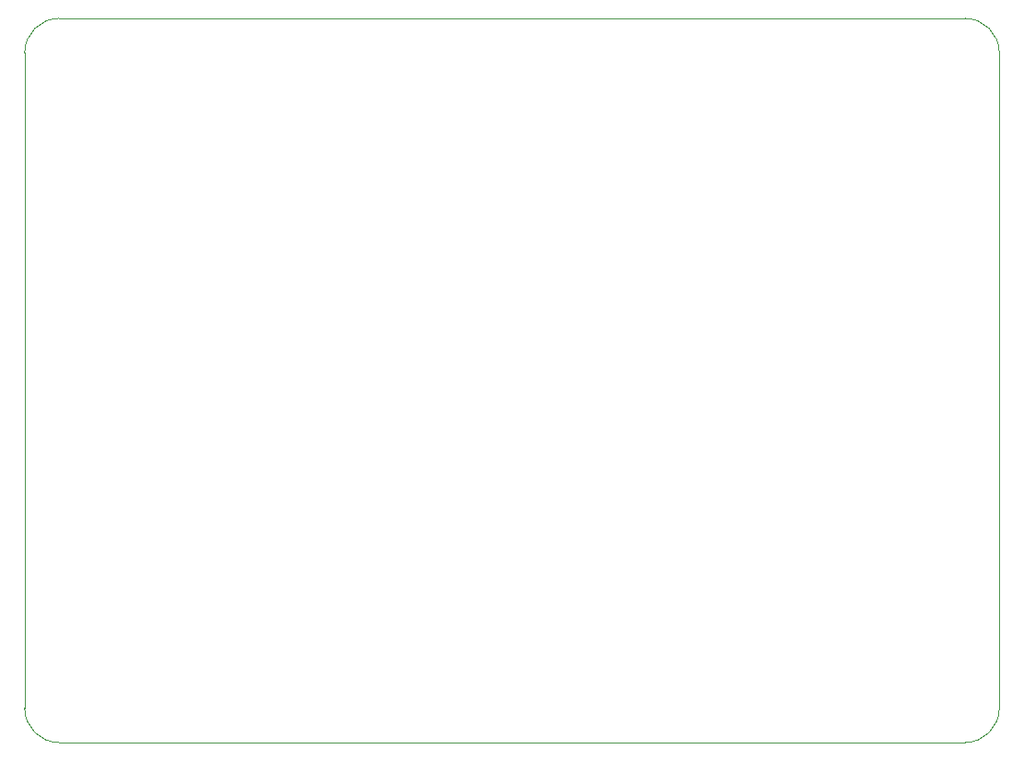
<source format=gbr>
%TF.GenerationSoftware,KiCad,Pcbnew,8.0.0*%
%TF.CreationDate,2024-10-04T19:08:59+02:00*%
%TF.ProjectId,guitar-effect,67756974-6172-42d6-9566-666563742e6b,rev?*%
%TF.SameCoordinates,Original*%
%TF.FileFunction,Profile,NP*%
%FSLAX46Y46*%
G04 Gerber Fmt 4.6, Leading zero omitted, Abs format (unit mm)*
G04 Created by KiCad (PCBNEW 8.0.0) date 2024-10-04 19:08:59*
%MOMM*%
%LPD*%
G01*
G04 APERTURE LIST*
%TA.AperFunction,Profile*%
%ADD10C,0.050000*%
%TD*%
G04 APERTURE END LIST*
D10*
X213360000Y-126883744D02*
G75*
G02*
X210185000Y-130058800I-3175100J44D01*
G01*
X123825000Y-66675000D02*
X123825000Y-126883744D01*
X127000000Y-130058744D02*
G75*
G02*
X123824956Y-126883744I-100J3174944D01*
G01*
X210185000Y-63500000D02*
G75*
G02*
X213360000Y-66675000I0J-3175000D01*
G01*
X210185000Y-63500000D02*
X127000000Y-63500000D01*
X210185000Y-130058744D02*
X127000000Y-130058744D01*
X213360000Y-126883744D02*
X213360000Y-66675000D01*
X123825000Y-66675000D02*
G75*
G02*
X127000000Y-63500000I3175000J0D01*
G01*
M02*

</source>
